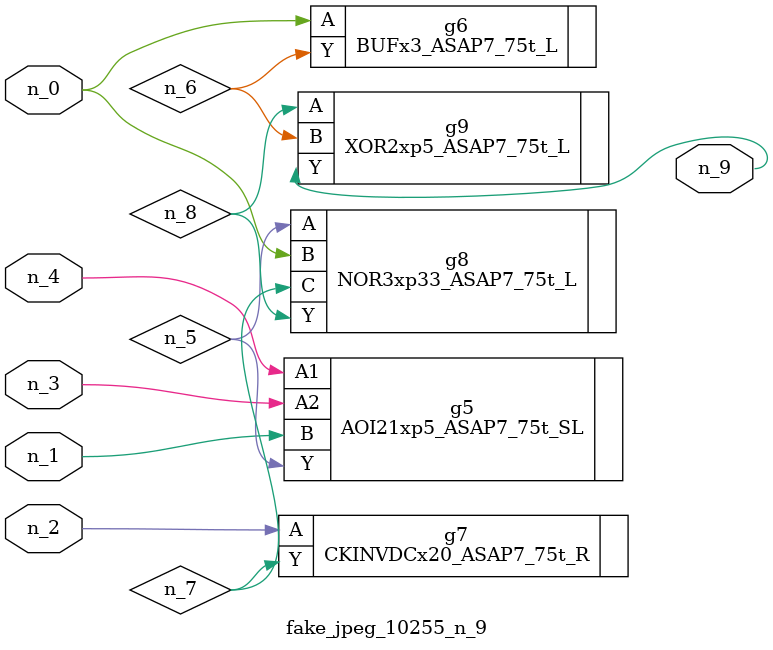
<source format=v>
module fake_jpeg_10255_n_9 (n_3, n_2, n_1, n_0, n_4, n_9);

input n_3;
input n_2;
input n_1;
input n_0;
input n_4;

output n_9;

wire n_8;
wire n_6;
wire n_5;
wire n_7;

AOI21xp5_ASAP7_75t_SL g5 ( 
.A1(n_4),
.A2(n_3),
.B(n_1),
.Y(n_5)
);

BUFx3_ASAP7_75t_L g6 ( 
.A(n_0),
.Y(n_6)
);

CKINVDCx20_ASAP7_75t_R g7 ( 
.A(n_2),
.Y(n_7)
);

NOR3xp33_ASAP7_75t_L g8 ( 
.A(n_5),
.B(n_0),
.C(n_7),
.Y(n_8)
);

XOR2xp5_ASAP7_75t_L g9 ( 
.A(n_8),
.B(n_6),
.Y(n_9)
);


endmodule
</source>
